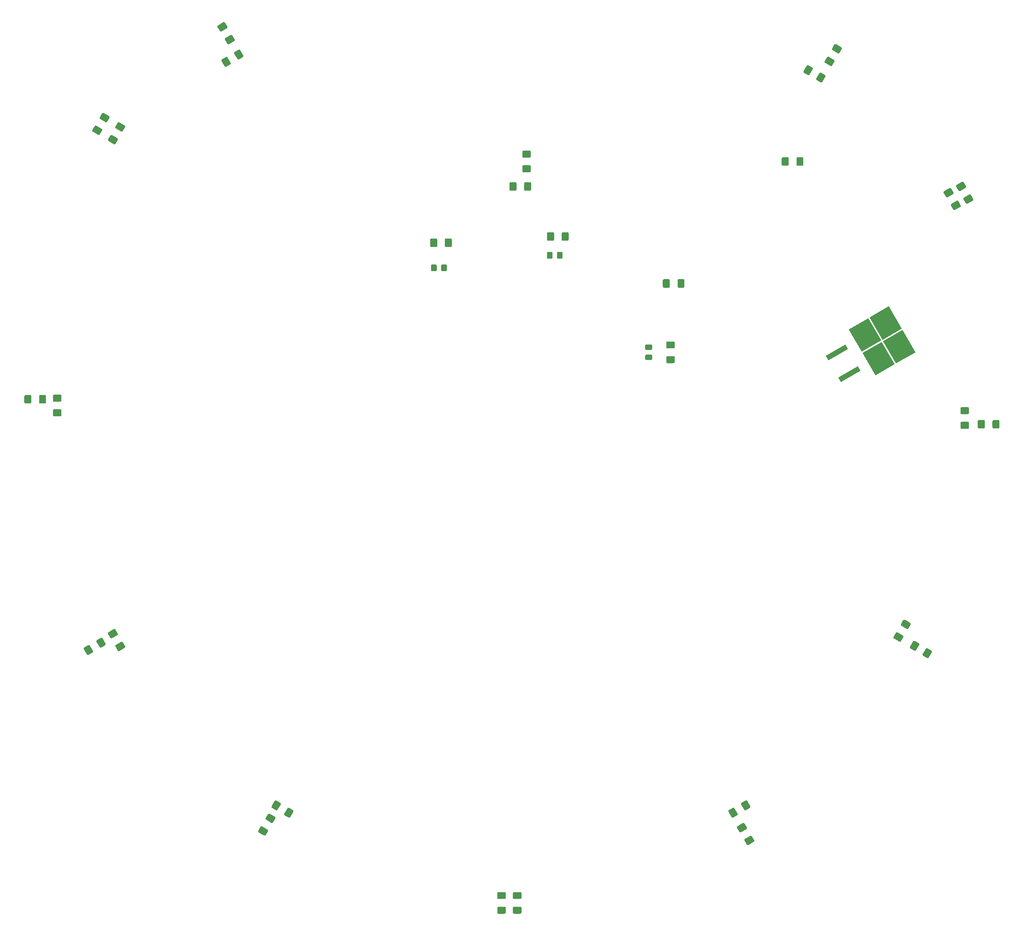
<source format=gbr>
G04 #@! TF.GenerationSoftware,KiCad,Pcbnew,(5.1.6)-1*
G04 #@! TF.CreationDate,2021-01-10T23:04:02+01:00*
G04 #@! TF.ProjectId,Robocup_PCB,526f626f-6375-4705-9f50-43422e6b6963,v1*
G04 #@! TF.SameCoordinates,Original*
G04 #@! TF.FileFunction,Paste,Top*
G04 #@! TF.FilePolarity,Positive*
%FSLAX46Y46*%
G04 Gerber Fmt 4.6, Leading zero omitted, Abs format (unit mm)*
G04 Created by KiCad (PCBNEW (5.1.6)-1) date 2021-01-10 23:04:02*
%MOMM*%
%LPD*%
G01*
G04 APERTURE LIST*
%ADD10C,0.100000*%
G04 APERTURE END LIST*
G36*
G01*
X219215000Y-81905000D02*
X219215000Y-80655000D01*
G75*
G02*
X219465000Y-80405000I250000J0D01*
G01*
X220390000Y-80405000D01*
G75*
G02*
X220640000Y-80655000I0J-250000D01*
G01*
X220640000Y-81905000D01*
G75*
G02*
X220390000Y-82155000I-250000J0D01*
G01*
X219465000Y-82155000D01*
G75*
G02*
X219215000Y-81905000I0J250000D01*
G01*
G37*
G36*
G01*
X216240000Y-81905000D02*
X216240000Y-80655000D01*
G75*
G02*
X216490000Y-80405000I250000J0D01*
G01*
X217415000Y-80405000D01*
G75*
G02*
X217665000Y-80655000I0J-250000D01*
G01*
X217665000Y-81905000D01*
G75*
G02*
X217415000Y-82155000I-250000J0D01*
G01*
X216490000Y-82155000D01*
G75*
G02*
X216240000Y-81905000I0J250000D01*
G01*
G37*
G36*
G01*
X278488670Y-59348766D02*
X279113670Y-58266234D01*
G75*
G02*
X279455176Y-58174728I216506J-125000D01*
G01*
X280256250Y-58637228D01*
G75*
G02*
X280347756Y-58978734I-125000J-216506D01*
G01*
X279722756Y-60061266D01*
G75*
G02*
X279381250Y-60152772I-216506J125000D01*
G01*
X278580176Y-59690272D01*
G75*
G02*
X278488670Y-59348766I125000J216506D01*
G01*
G37*
G36*
G01*
X275912244Y-57861266D02*
X276537244Y-56778734D01*
G75*
G02*
X276878750Y-56687228I216506J-125000D01*
G01*
X277679824Y-57149728D01*
G75*
G02*
X277771330Y-57491234I-125000J-216506D01*
G01*
X277146330Y-58573766D01*
G75*
G02*
X276804824Y-58665272I-216506J125000D01*
G01*
X276003750Y-58202772D01*
G75*
G02*
X275912244Y-57861266I125000J216506D01*
G01*
G37*
G36*
G01*
X305916234Y-84803670D02*
X306998766Y-84178670D01*
G75*
G02*
X307340272Y-84270176I125000J-216506D01*
G01*
X307802772Y-85071250D01*
G75*
G02*
X307711266Y-85412756I-216506J-125000D01*
G01*
X306628734Y-86037756D01*
G75*
G02*
X306287228Y-85946250I-125000J216506D01*
G01*
X305824728Y-85145176D01*
G75*
G02*
X305916234Y-84803670I216506J125000D01*
G01*
G37*
G36*
G01*
X304428734Y-82227244D02*
X305511266Y-81602244D01*
G75*
G02*
X305852772Y-81693750I125000J-216506D01*
G01*
X306315272Y-82494824D01*
G75*
G02*
X306223766Y-82836330I-216506J-125000D01*
G01*
X305141234Y-83461330D01*
G75*
G02*
X304799728Y-83369824I-125000J216506D01*
G01*
X304337228Y-82568750D01*
G75*
G02*
X304428734Y-82227244I216506J125000D01*
G01*
G37*
G36*
G01*
X307985000Y-129045000D02*
X309235000Y-129045000D01*
G75*
G02*
X309485000Y-129295000I0J-250000D01*
G01*
X309485000Y-130220000D01*
G75*
G02*
X309235000Y-130470000I-250000J0D01*
G01*
X307985000Y-130470000D01*
G75*
G02*
X307735000Y-130220000I0J250000D01*
G01*
X307735000Y-129295000D01*
G75*
G02*
X307985000Y-129045000I250000J0D01*
G01*
G37*
G36*
G01*
X307985000Y-126070000D02*
X309235000Y-126070000D01*
G75*
G02*
X309485000Y-126320000I0J-250000D01*
G01*
X309485000Y-127245000D01*
G75*
G02*
X309235000Y-127495000I-250000J0D01*
G01*
X307985000Y-127495000D01*
G75*
G02*
X307735000Y-127245000I0J250000D01*
G01*
X307735000Y-126320000D01*
G75*
G02*
X307985000Y-126070000I250000J0D01*
G01*
G37*
G36*
G01*
X294981234Y-171808670D02*
X296063766Y-172433670D01*
G75*
G02*
X296155272Y-172775176I-125000J-216506D01*
G01*
X295692772Y-173576250D01*
G75*
G02*
X295351266Y-173667756I-216506J125000D01*
G01*
X294268734Y-173042756D01*
G75*
G02*
X294177228Y-172701250I125000J216506D01*
G01*
X294639728Y-171900176D01*
G75*
G02*
X294981234Y-171808670I216506J-125000D01*
G01*
G37*
G36*
G01*
X296468734Y-169232244D02*
X297551266Y-169857244D01*
G75*
G02*
X297642772Y-170198750I-125000J-216506D01*
G01*
X297180272Y-170999824D01*
G75*
G02*
X296838766Y-171091330I-216506J125000D01*
G01*
X295756234Y-170466330D01*
G75*
G02*
X295664728Y-170124824I125000J216506D01*
G01*
X296127228Y-169323750D01*
G75*
G02*
X296468734Y-169232244I216506J-125000D01*
G01*
G37*
G36*
G01*
X261906330Y-207491234D02*
X262531330Y-208573766D01*
G75*
G02*
X262439824Y-208915272I-216506J-125000D01*
G01*
X261638750Y-209377772D01*
G75*
G02*
X261297244Y-209286266I-125000J216506D01*
G01*
X260672244Y-208203734D01*
G75*
G02*
X260763750Y-207862228I216506J125000D01*
G01*
X261564824Y-207399728D01*
G75*
G02*
X261906330Y-207491234I125000J-216506D01*
G01*
G37*
G36*
G01*
X264482756Y-206003734D02*
X265107756Y-207086266D01*
G75*
G02*
X265016250Y-207427772I-216506J-125000D01*
G01*
X264215176Y-207890272D01*
G75*
G02*
X263873670Y-207798766I-125000J216506D01*
G01*
X263248670Y-206716234D01*
G75*
G02*
X263340176Y-206374728I216506J125000D01*
G01*
X264141250Y-205912228D01*
G75*
G02*
X264482756Y-206003734I125000J-216506D01*
G01*
G37*
G36*
G01*
X218430000Y-225920000D02*
X217180000Y-225920000D01*
G75*
G02*
X216930000Y-225670000I0J250000D01*
G01*
X216930000Y-224745000D01*
G75*
G02*
X217180000Y-224495000I250000J0D01*
G01*
X218430000Y-224495000D01*
G75*
G02*
X218680000Y-224745000I0J-250000D01*
G01*
X218680000Y-225670000D01*
G75*
G02*
X218430000Y-225920000I-250000J0D01*
G01*
G37*
G36*
G01*
X218430000Y-228895000D02*
X217180000Y-228895000D01*
G75*
G02*
X216930000Y-228645000I0J250000D01*
G01*
X216930000Y-227720000D01*
G75*
G02*
X217180000Y-227470000I250000J0D01*
G01*
X218430000Y-227470000D01*
G75*
G02*
X218680000Y-227720000I0J-250000D01*
G01*
X218680000Y-228645000D01*
G75*
G02*
X218430000Y-228895000I-250000J0D01*
G01*
G37*
G36*
G01*
X169821330Y-206716234D02*
X169196330Y-207798766D01*
G75*
G02*
X168854824Y-207890272I-216506J125000D01*
G01*
X168053750Y-207427772D01*
G75*
G02*
X167962244Y-207086266I125000J216506D01*
G01*
X168587244Y-206003734D01*
G75*
G02*
X168928750Y-205912228I216506J-125000D01*
G01*
X169729824Y-206374728D01*
G75*
G02*
X169821330Y-206716234I-125000J-216506D01*
G01*
G37*
G36*
G01*
X172397756Y-208203734D02*
X171772756Y-209286266D01*
G75*
G02*
X171431250Y-209377772I-216506J125000D01*
G01*
X170630176Y-208915272D01*
G75*
G02*
X170538670Y-208573766I125000J216506D01*
G01*
X171163670Y-207491234D01*
G75*
G02*
X171505176Y-207399728I216506J-125000D01*
G01*
X172306250Y-207862228D01*
G75*
G02*
X172397756Y-208203734I-125000J-216506D01*
G01*
G37*
G36*
G01*
X136678766Y-172371330D02*
X135596234Y-172996330D01*
G75*
G02*
X135254728Y-172904824I-125000J216506D01*
G01*
X134792228Y-172103750D01*
G75*
G02*
X134883734Y-171762244I216506J125000D01*
G01*
X135966266Y-171137244D01*
G75*
G02*
X136307772Y-171228750I125000J-216506D01*
G01*
X136770272Y-172029824D01*
G75*
G02*
X136678766Y-172371330I-216506J-125000D01*
G01*
G37*
G36*
G01*
X138166266Y-174947756D02*
X137083734Y-175572756D01*
G75*
G02*
X136742228Y-175481250I-125000J216506D01*
G01*
X136279728Y-174680176D01*
G75*
G02*
X136371234Y-174338670I216506J125000D01*
G01*
X137453766Y-173713670D01*
G75*
G02*
X137795272Y-173805176I125000J-216506D01*
G01*
X138257772Y-174606250D01*
G75*
G02*
X138166266Y-174947756I-216506J-125000D01*
G01*
G37*
G36*
G01*
X125085000Y-124955000D02*
X123835000Y-124955000D01*
G75*
G02*
X123585000Y-124705000I0J250000D01*
G01*
X123585000Y-123780000D01*
G75*
G02*
X123835000Y-123530000I250000J0D01*
G01*
X125085000Y-123530000D01*
G75*
G02*
X125335000Y-123780000I0J-250000D01*
G01*
X125335000Y-124705000D01*
G75*
G02*
X125085000Y-124955000I-250000J0D01*
G01*
G37*
G36*
G01*
X125085000Y-127930000D02*
X123835000Y-127930000D01*
G75*
G02*
X123585000Y-127680000I0J250000D01*
G01*
X123585000Y-126755000D01*
G75*
G02*
X123835000Y-126505000I250000J0D01*
G01*
X125085000Y-126505000D01*
G75*
G02*
X125335000Y-126755000I0J-250000D01*
G01*
X125335000Y-127680000D01*
G75*
G02*
X125085000Y-127930000I-250000J0D01*
G01*
G37*
G36*
G01*
X137453766Y-70126330D02*
X136371234Y-69501330D01*
G75*
G02*
X136279728Y-69159824I125000J216506D01*
G01*
X136742228Y-68358750D01*
G75*
G02*
X137083734Y-68267244I216506J-125000D01*
G01*
X138166266Y-68892244D01*
G75*
G02*
X138257772Y-69233750I-125000J-216506D01*
G01*
X137795272Y-70034824D01*
G75*
G02*
X137453766Y-70126330I-216506J125000D01*
G01*
G37*
G36*
G01*
X135966266Y-72702756D02*
X134883734Y-72077756D01*
G75*
G02*
X134792228Y-71736250I125000J216506D01*
G01*
X135254728Y-70935176D01*
G75*
G02*
X135596234Y-70843670I216506J-125000D01*
G01*
X136678766Y-71468670D01*
G75*
G02*
X136770272Y-71810176I-125000J-216506D01*
G01*
X136307772Y-72611250D01*
G75*
G02*
X135966266Y-72702756I-216506J125000D01*
G01*
G37*
G36*
G01*
X161003670Y-55398766D02*
X160378670Y-54316234D01*
G75*
G02*
X160470176Y-53974728I216506J125000D01*
G01*
X161271250Y-53512228D01*
G75*
G02*
X161612756Y-53603734I125000J-216506D01*
G01*
X162237756Y-54686266D01*
G75*
G02*
X162146250Y-55027772I-216506J-125000D01*
G01*
X161345176Y-55490272D01*
G75*
G02*
X161003670Y-55398766I-125000J216506D01*
G01*
G37*
G36*
G01*
X158427244Y-56886266D02*
X157802244Y-55803734D01*
G75*
G02*
X157893750Y-55462228I216506J125000D01*
G01*
X158694824Y-54999728D01*
G75*
G02*
X159036330Y-55091234I125000J-216506D01*
G01*
X159661330Y-56173766D01*
G75*
G02*
X159569824Y-56515272I-216506J-125000D01*
G01*
X158768750Y-56977772D01*
G75*
G02*
X158427244Y-56886266I-125000J216506D01*
G01*
G37*
G36*
G01*
X274460000Y-76825000D02*
X274460000Y-75575000D01*
G75*
G02*
X274710000Y-75325000I250000J0D01*
G01*
X275635000Y-75325000D01*
G75*
G02*
X275885000Y-75575000I0J-250000D01*
G01*
X275885000Y-76825000D01*
G75*
G02*
X275635000Y-77075000I-250000J0D01*
G01*
X274710000Y-77075000D01*
G75*
G02*
X274460000Y-76825000I0J250000D01*
G01*
G37*
G36*
G01*
X271485000Y-76825000D02*
X271485000Y-75575000D01*
G75*
G02*
X271735000Y-75325000I250000J0D01*
G01*
X272660000Y-75325000D01*
G75*
G02*
X272910000Y-75575000I0J-250000D01*
G01*
X272910000Y-76825000D01*
G75*
G02*
X272660000Y-77075000I-250000J0D01*
G01*
X271735000Y-77075000D01*
G75*
G02*
X271485000Y-76825000I0J250000D01*
G01*
G37*
G36*
G01*
X224975000Y-94799999D02*
X224975000Y-95700001D01*
G75*
G02*
X224725001Y-95950000I-249999J0D01*
G01*
X224074999Y-95950000D01*
G75*
G02*
X223825000Y-95700001I0J249999D01*
G01*
X223825000Y-94799999D01*
G75*
G02*
X224074999Y-94550000I249999J0D01*
G01*
X224725001Y-94550000D01*
G75*
G02*
X224975000Y-94799999I0J-249999D01*
G01*
G37*
G36*
G01*
X227025000Y-94799999D02*
X227025000Y-95700001D01*
G75*
G02*
X226775001Y-95950000I-249999J0D01*
G01*
X226124999Y-95950000D01*
G75*
G02*
X225875000Y-95700001I0J249999D01*
G01*
X225875000Y-94799999D01*
G75*
G02*
X226124999Y-94550000I249999J0D01*
G01*
X226775001Y-94550000D01*
G75*
G02*
X227025000Y-94799999I0J-249999D01*
G01*
G37*
G36*
G01*
X244925001Y-114485000D02*
X244024999Y-114485000D01*
G75*
G02*
X243775000Y-114235001I0J249999D01*
G01*
X243775000Y-113584999D01*
G75*
G02*
X244024999Y-113335000I249999J0D01*
G01*
X244925001Y-113335000D01*
G75*
G02*
X245175000Y-113584999I0J-249999D01*
G01*
X245175000Y-114235001D01*
G75*
G02*
X244925001Y-114485000I-249999J0D01*
G01*
G37*
G36*
G01*
X244925001Y-116535000D02*
X244024999Y-116535000D01*
G75*
G02*
X243775000Y-116285001I0J249999D01*
G01*
X243775000Y-115634999D01*
G75*
G02*
X244024999Y-115385000I249999J0D01*
G01*
X244925001Y-115385000D01*
G75*
G02*
X245175000Y-115634999I0J-249999D01*
G01*
X245175000Y-116285001D01*
G75*
G02*
X244925001Y-116535000I-249999J0D01*
G01*
G37*
G36*
G01*
X201480000Y-97339999D02*
X201480000Y-98240001D01*
G75*
G02*
X201230001Y-98490000I-249999J0D01*
G01*
X200579999Y-98490000D01*
G75*
G02*
X200330000Y-98240001I0J249999D01*
G01*
X200330000Y-97339999D01*
G75*
G02*
X200579999Y-97090000I249999J0D01*
G01*
X201230001Y-97090000D01*
G75*
G02*
X201480000Y-97339999I0J-249999D01*
G01*
G37*
G36*
G01*
X203530000Y-97339999D02*
X203530000Y-98240001D01*
G75*
G02*
X203280001Y-98490000I-249999J0D01*
G01*
X202629999Y-98490000D01*
G75*
G02*
X202380000Y-98240001I0J249999D01*
G01*
X202380000Y-97339999D01*
G75*
G02*
X202629999Y-97090000I249999J0D01*
G01*
X203280001Y-97090000D01*
G75*
G02*
X203530000Y-97339999I0J-249999D01*
G01*
G37*
G36*
G01*
X219085000Y-76975000D02*
X220335000Y-76975000D01*
G75*
G02*
X220585000Y-77225000I0J-250000D01*
G01*
X220585000Y-78150000D01*
G75*
G02*
X220335000Y-78400000I-250000J0D01*
G01*
X219085000Y-78400000D01*
G75*
G02*
X218835000Y-78150000I0J250000D01*
G01*
X218835000Y-77225000D01*
G75*
G02*
X219085000Y-76975000I250000J0D01*
G01*
G37*
G36*
G01*
X219085000Y-74000000D02*
X220335000Y-74000000D01*
G75*
G02*
X220585000Y-74250000I0J-250000D01*
G01*
X220585000Y-75175000D01*
G75*
G02*
X220335000Y-75425000I-250000J0D01*
G01*
X219085000Y-75425000D01*
G75*
G02*
X218835000Y-75175000I0J250000D01*
G01*
X218835000Y-74250000D01*
G75*
G02*
X219085000Y-74000000I250000J0D01*
G01*
G37*
G36*
G01*
X281011234Y-54968670D02*
X282093766Y-55593670D01*
G75*
G02*
X282185272Y-55935176I-125000J-216506D01*
G01*
X281722772Y-56736250D01*
G75*
G02*
X281381266Y-56827756I-216506J125000D01*
G01*
X280298734Y-56202756D01*
G75*
G02*
X280207228Y-55861250I125000J216506D01*
G01*
X280669728Y-55060176D01*
G75*
G02*
X281011234Y-54968670I216506J-125000D01*
G01*
G37*
G36*
G01*
X282498734Y-52392244D02*
X283581266Y-53017244D01*
G75*
G02*
X283672772Y-53358750I-125000J-216506D01*
G01*
X283210272Y-54159824D01*
G75*
G02*
X282868766Y-54251330I-216506J125000D01*
G01*
X281786234Y-53626330D01*
G75*
G02*
X281694728Y-53284824I125000J216506D01*
G01*
X282157228Y-52483750D01*
G75*
G02*
X282498734Y-52392244I216506J-125000D01*
G01*
G37*
G36*
G01*
X308456234Y-83533670D02*
X309538766Y-82908670D01*
G75*
G02*
X309880272Y-83000176I125000J-216506D01*
G01*
X310342772Y-83801250D01*
G75*
G02*
X310251266Y-84142756I-216506J-125000D01*
G01*
X309168734Y-84767756D01*
G75*
G02*
X308827228Y-84676250I-125000J216506D01*
G01*
X308364728Y-83875176D01*
G75*
G02*
X308456234Y-83533670I216506J125000D01*
G01*
G37*
G36*
G01*
X306968734Y-80957244D02*
X308051266Y-80332244D01*
G75*
G02*
X308392772Y-80423750I125000J-216506D01*
G01*
X308855272Y-81224824D01*
G75*
G02*
X308763766Y-81566330I-216506J-125000D01*
G01*
X307681234Y-82191330D01*
G75*
G02*
X307339728Y-82099824I-125000J216506D01*
G01*
X306877228Y-81298750D01*
G75*
G02*
X306968734Y-80957244I216506J125000D01*
G01*
G37*
G36*
G01*
X312697500Y-128915000D02*
X312697500Y-130165000D01*
G75*
G02*
X312447500Y-130415000I-250000J0D01*
G01*
X311522500Y-130415000D01*
G75*
G02*
X311272500Y-130165000I0J250000D01*
G01*
X311272500Y-128915000D01*
G75*
G02*
X311522500Y-128665000I250000J0D01*
G01*
X312447500Y-128665000D01*
G75*
G02*
X312697500Y-128915000I0J-250000D01*
G01*
G37*
G36*
G01*
X315672500Y-128915000D02*
X315672500Y-130165000D01*
G75*
G02*
X315422500Y-130415000I-250000J0D01*
G01*
X314497500Y-130415000D01*
G75*
G02*
X314247500Y-130165000I0J250000D01*
G01*
X314247500Y-128915000D01*
G75*
G02*
X314497500Y-128665000I250000J0D01*
G01*
X315422500Y-128665000D01*
G75*
G02*
X315672500Y-128915000I0J-250000D01*
G01*
G37*
G36*
G01*
X299361330Y-174331234D02*
X298736330Y-175413766D01*
G75*
G02*
X298394824Y-175505272I-216506J125000D01*
G01*
X297593750Y-175042772D01*
G75*
G02*
X297502244Y-174701266I125000J216506D01*
G01*
X298127244Y-173618734D01*
G75*
G02*
X298468750Y-173527228I216506J-125000D01*
G01*
X299269824Y-173989728D01*
G75*
G02*
X299361330Y-174331234I-125000J-216506D01*
G01*
G37*
G36*
G01*
X301937756Y-175818734D02*
X301312756Y-176901266D01*
G75*
G02*
X300971250Y-176992772I-216506J125000D01*
G01*
X300170176Y-176530272D01*
G75*
G02*
X300078670Y-176188766I125000J216506D01*
G01*
X300703670Y-175106234D01*
G75*
G02*
X301045176Y-175014728I216506J-125000D01*
G01*
X301846250Y-175477228D01*
G75*
G02*
X301937756Y-175818734I-125000J-216506D01*
G01*
G37*
G36*
G01*
X264313766Y-211741330D02*
X263231234Y-212366330D01*
G75*
G02*
X262889728Y-212274824I-125000J216506D01*
G01*
X262427228Y-211473750D01*
G75*
G02*
X262518734Y-211132244I216506J125000D01*
G01*
X263601266Y-210507244D01*
G75*
G02*
X263942772Y-210598750I125000J-216506D01*
G01*
X264405272Y-211399824D01*
G75*
G02*
X264313766Y-211741330I-216506J-125000D01*
G01*
G37*
G36*
G01*
X265801266Y-214317756D02*
X264718734Y-214942756D01*
G75*
G02*
X264377228Y-214851250I-125000J216506D01*
G01*
X263914728Y-214050176D01*
G75*
G02*
X264006234Y-213708670I216506J125000D01*
G01*
X265088766Y-213083670D01*
G75*
G02*
X265430272Y-213175176I125000J-216506D01*
G01*
X265892772Y-213976250D01*
G75*
G02*
X265801266Y-214317756I-216506J-125000D01*
G01*
G37*
G36*
G01*
X215255000Y-225920000D02*
X214005000Y-225920000D01*
G75*
G02*
X213755000Y-225670000I0J250000D01*
G01*
X213755000Y-224745000D01*
G75*
G02*
X214005000Y-224495000I250000J0D01*
G01*
X215255000Y-224495000D01*
G75*
G02*
X215505000Y-224745000I0J-250000D01*
G01*
X215505000Y-225670000D01*
G75*
G02*
X215255000Y-225920000I-250000J0D01*
G01*
G37*
G36*
G01*
X215255000Y-228895000D02*
X214005000Y-228895000D01*
G75*
G02*
X213755000Y-228645000I0J250000D01*
G01*
X213755000Y-227720000D01*
G75*
G02*
X214005000Y-227470000I250000J0D01*
G01*
X215255000Y-227470000D01*
G75*
G02*
X215505000Y-227720000I0J-250000D01*
G01*
X215505000Y-228645000D01*
G75*
G02*
X215255000Y-228895000I-250000J0D01*
G01*
G37*
G36*
G01*
X167933766Y-210461330D02*
X166851234Y-209836330D01*
G75*
G02*
X166759728Y-209494824I125000J216506D01*
G01*
X167222228Y-208693750D01*
G75*
G02*
X167563734Y-208602244I216506J-125000D01*
G01*
X168646266Y-209227244D01*
G75*
G02*
X168737772Y-209568750I-125000J-216506D01*
G01*
X168275272Y-210369824D01*
G75*
G02*
X167933766Y-210461330I-216506J125000D01*
G01*
G37*
G36*
G01*
X166446266Y-213037756D02*
X165363734Y-212412756D01*
G75*
G02*
X165272228Y-212071250I125000J216506D01*
G01*
X165734728Y-211270176D01*
G75*
G02*
X166076234Y-211178670I216506J-125000D01*
G01*
X167158766Y-211803670D01*
G75*
G02*
X167250272Y-212145176I-125000J-216506D01*
G01*
X166787772Y-212946250D01*
G75*
G02*
X166446266Y-213037756I-216506J125000D01*
G01*
G37*
G36*
G01*
X133063670Y-174778766D02*
X132438670Y-173696234D01*
G75*
G02*
X132530176Y-173354728I216506J125000D01*
G01*
X133331250Y-172892228D01*
G75*
G02*
X133672756Y-172983734I125000J-216506D01*
G01*
X134297756Y-174066266D01*
G75*
G02*
X134206250Y-174407772I-216506J-125000D01*
G01*
X133405176Y-174870272D01*
G75*
G02*
X133063670Y-174778766I-125000J216506D01*
G01*
G37*
G36*
G01*
X130487244Y-176266266D02*
X129862244Y-175183734D01*
G75*
G02*
X129953750Y-174842228I216506J125000D01*
G01*
X130754824Y-174379728D01*
G75*
G02*
X131096330Y-174471234I125000J-216506D01*
G01*
X131721330Y-175553766D01*
G75*
G02*
X131629824Y-175895272I-216506J-125000D01*
G01*
X130828750Y-176357772D01*
G75*
G02*
X130487244Y-176266266I-125000J216506D01*
G01*
G37*
G36*
G01*
X120790000Y-125085000D02*
X120790000Y-123835000D01*
G75*
G02*
X121040000Y-123585000I250000J0D01*
G01*
X121965000Y-123585000D01*
G75*
G02*
X122215000Y-123835000I0J-250000D01*
G01*
X122215000Y-125085000D01*
G75*
G02*
X121965000Y-125335000I-250000J0D01*
G01*
X121040000Y-125335000D01*
G75*
G02*
X120790000Y-125085000I0J250000D01*
G01*
G37*
G36*
G01*
X117815000Y-125085000D02*
X117815000Y-123835000D01*
G75*
G02*
X118065000Y-123585000I250000J0D01*
G01*
X118990000Y-123585000D01*
G75*
G02*
X119240000Y-123835000I0J-250000D01*
G01*
X119240000Y-125085000D01*
G75*
G02*
X118990000Y-125335000I-250000J0D01*
G01*
X118065000Y-125335000D01*
G75*
G02*
X117815000Y-125085000I0J250000D01*
G01*
G37*
G36*
G01*
X134278766Y-68221330D02*
X133196234Y-67596330D01*
G75*
G02*
X133104728Y-67254824I125000J216506D01*
G01*
X133567228Y-66453750D01*
G75*
G02*
X133908734Y-66362244I216506J-125000D01*
G01*
X134991266Y-66987244D01*
G75*
G02*
X135082772Y-67328750I-125000J-216506D01*
G01*
X134620272Y-68129824D01*
G75*
G02*
X134278766Y-68221330I-216506J125000D01*
G01*
G37*
G36*
G01*
X132791266Y-70797756D02*
X131708734Y-70172756D01*
G75*
G02*
X131617228Y-69831250I125000J216506D01*
G01*
X132079728Y-69030176D01*
G75*
G02*
X132421234Y-68938670I216506J-125000D01*
G01*
X133503766Y-69563670D01*
G75*
G02*
X133595272Y-69905176I-125000J-216506D01*
G01*
X133132772Y-70706250D01*
G75*
G02*
X132791266Y-70797756I-216506J125000D01*
G01*
G37*
G36*
G01*
X158596234Y-51148670D02*
X159678766Y-50523670D01*
G75*
G02*
X160020272Y-50615176I125000J-216506D01*
G01*
X160482772Y-51416250D01*
G75*
G02*
X160391266Y-51757756I-216506J-125000D01*
G01*
X159308734Y-52382756D01*
G75*
G02*
X158967228Y-52291250I-125000J216506D01*
G01*
X158504728Y-51490176D01*
G75*
G02*
X158596234Y-51148670I216506J125000D01*
G01*
G37*
G36*
G01*
X157108734Y-48572244D02*
X158191266Y-47947244D01*
G75*
G02*
X158532772Y-48038750I125000J-216506D01*
G01*
X158995272Y-48839824D01*
G75*
G02*
X158903766Y-49181330I-216506J-125000D01*
G01*
X157821234Y-49806330D01*
G75*
G02*
X157479728Y-49714824I-125000J216506D01*
G01*
X157017228Y-48913750D01*
G75*
G02*
X157108734Y-48572244I216506J125000D01*
G01*
G37*
G36*
G01*
X248780000Y-100340000D02*
X248780000Y-101590000D01*
G75*
G02*
X248530000Y-101840000I-250000J0D01*
G01*
X247605000Y-101840000D01*
G75*
G02*
X247355000Y-101590000I0J250000D01*
G01*
X247355000Y-100340000D01*
G75*
G02*
X247605000Y-100090000I250000J0D01*
G01*
X248530000Y-100090000D01*
G75*
G02*
X248780000Y-100340000I0J-250000D01*
G01*
G37*
G36*
G01*
X251755000Y-100340000D02*
X251755000Y-101590000D01*
G75*
G02*
X251505000Y-101840000I-250000J0D01*
G01*
X250580000Y-101840000D01*
G75*
G02*
X250330000Y-101590000I0J250000D01*
G01*
X250330000Y-100340000D01*
G75*
G02*
X250580000Y-100090000I250000J0D01*
G01*
X251505000Y-100090000D01*
G75*
G02*
X251755000Y-100340000I0J-250000D01*
G01*
G37*
G36*
G01*
X225285000Y-90815000D02*
X225285000Y-92065000D01*
G75*
G02*
X225035000Y-92315000I-250000J0D01*
G01*
X224110000Y-92315000D01*
G75*
G02*
X223860000Y-92065000I0J250000D01*
G01*
X223860000Y-90815000D01*
G75*
G02*
X224110000Y-90565000I250000J0D01*
G01*
X225035000Y-90565000D01*
G75*
G02*
X225285000Y-90815000I0J-250000D01*
G01*
G37*
G36*
G01*
X228260000Y-90815000D02*
X228260000Y-92065000D01*
G75*
G02*
X228010000Y-92315000I-250000J0D01*
G01*
X227085000Y-92315000D01*
G75*
G02*
X226835000Y-92065000I0J250000D01*
G01*
X226835000Y-90815000D01*
G75*
G02*
X227085000Y-90565000I250000J0D01*
G01*
X228010000Y-90565000D01*
G75*
G02*
X228260000Y-90815000I0J-250000D01*
G01*
G37*
G36*
G01*
X249545000Y-114160000D02*
X248295000Y-114160000D01*
G75*
G02*
X248045000Y-113910000I0J250000D01*
G01*
X248045000Y-112985000D01*
G75*
G02*
X248295000Y-112735000I250000J0D01*
G01*
X249545000Y-112735000D01*
G75*
G02*
X249795000Y-112985000I0J-250000D01*
G01*
X249795000Y-113910000D01*
G75*
G02*
X249545000Y-114160000I-250000J0D01*
G01*
G37*
G36*
G01*
X249545000Y-117135000D02*
X248295000Y-117135000D01*
G75*
G02*
X248045000Y-116885000I0J250000D01*
G01*
X248045000Y-115960000D01*
G75*
G02*
X248295000Y-115710000I250000J0D01*
G01*
X249545000Y-115710000D01*
G75*
G02*
X249795000Y-115960000I0J-250000D01*
G01*
X249795000Y-116885000D01*
G75*
G02*
X249545000Y-117135000I-250000J0D01*
G01*
G37*
G36*
G01*
X201572500Y-92085000D02*
X201572500Y-93335000D01*
G75*
G02*
X201322500Y-93585000I-250000J0D01*
G01*
X200397500Y-93585000D01*
G75*
G02*
X200147500Y-93335000I0J250000D01*
G01*
X200147500Y-92085000D01*
G75*
G02*
X200397500Y-91835000I250000J0D01*
G01*
X201322500Y-91835000D01*
G75*
G02*
X201572500Y-92085000I0J-250000D01*
G01*
G37*
G36*
G01*
X204547500Y-92085000D02*
X204547500Y-93335000D01*
G75*
G02*
X204297500Y-93585000I-250000J0D01*
G01*
X203372500Y-93585000D01*
G75*
G02*
X203122500Y-93335000I0J250000D01*
G01*
X203122500Y-92085000D01*
G75*
G02*
X203372500Y-91835000I250000J0D01*
G01*
X204297500Y-91835000D01*
G75*
G02*
X204547500Y-92085000I0J-250000D01*
G01*
G37*
D10*
G36*
X280936845Y-116614109D02*
G01*
X280386845Y-115661481D01*
X284370561Y-113361481D01*
X284920561Y-114314109D01*
X280936845Y-116614109D01*
G37*
G36*
X283476845Y-121013519D02*
G01*
X282926845Y-120060891D01*
X286910561Y-117760891D01*
X287460561Y-118713519D01*
X283476845Y-121013519D01*
G37*
G36*
X294677739Y-117214037D02*
G01*
X292052739Y-112667403D01*
X295993155Y-110392403D01*
X298618155Y-114939037D01*
X294677739Y-117214037D01*
G37*
G36*
X287702516Y-114832597D02*
G01*
X285077516Y-110285963D01*
X289017932Y-108010963D01*
X291642932Y-112557597D01*
X287702516Y-114832597D01*
G37*
G36*
X291902739Y-112407597D02*
G01*
X289277739Y-107860963D01*
X293218155Y-105585963D01*
X295843155Y-110132597D01*
X291902739Y-112407597D01*
G37*
G36*
X290477516Y-119639037D02*
G01*
X287852516Y-115092403D01*
X291792932Y-112817403D01*
X294417932Y-117364037D01*
X290477516Y-119639037D01*
G37*
M02*

</source>
